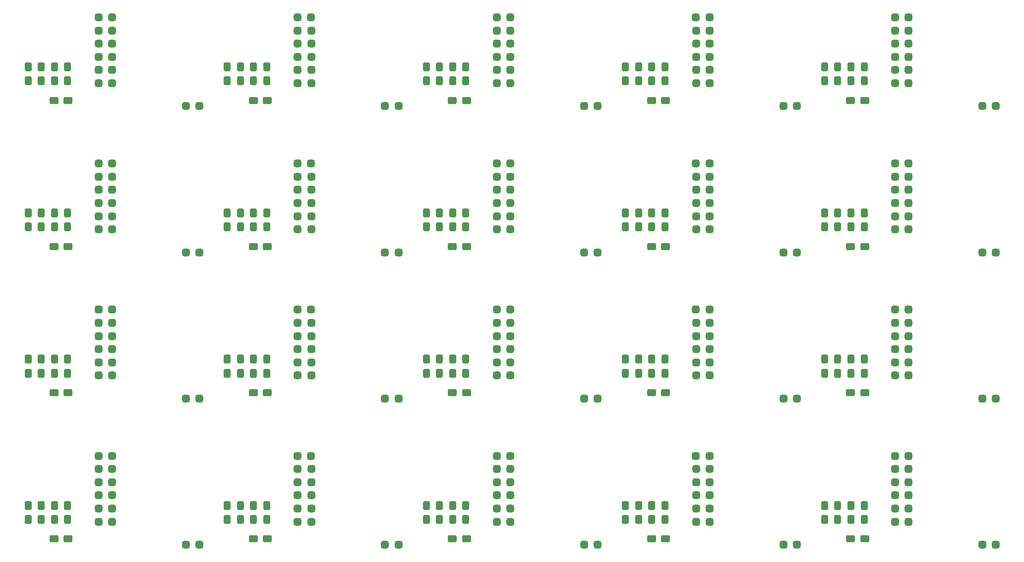
<source format=gbr>
%TF.GenerationSoftware,KiCad,Pcbnew,8.0.4*%
%TF.CreationDate,2024-11-04T15:17:51+09:00*%
%TF.ProjectId,L-CON RS485 V2.0,4c2d434f-4e20-4525-9334-38352056322e,rev?*%
%TF.SameCoordinates,Original*%
%TF.FileFunction,Paste,Bot*%
%TF.FilePolarity,Positive*%
%FSLAX46Y46*%
G04 Gerber Fmt 4.6, Leading zero omitted, Abs format (unit mm)*
G04 Created by KiCad (PCBNEW 8.0.4) date 2024-11-04 15:17:51*
%MOMM*%
%LPD*%
G01*
G04 APERTURE LIST*
G04 Aperture macros list*
%AMRoundRect*
0 Rectangle with rounded corners*
0 $1 Rounding radius*
0 $2 $3 $4 $5 $6 $7 $8 $9 X,Y pos of 4 corners*
0 Add a 4 corners polygon primitive as box body*
4,1,4,$2,$3,$4,$5,$6,$7,$8,$9,$2,$3,0*
0 Add four circle primitives for the rounded corners*
1,1,$1+$1,$2,$3*
1,1,$1+$1,$4,$5*
1,1,$1+$1,$6,$7*
1,1,$1+$1,$8,$9*
0 Add four rect primitives between the rounded corners*
20,1,$1+$1,$2,$3,$4,$5,0*
20,1,$1+$1,$4,$5,$6,$7,0*
20,1,$1+$1,$6,$7,$8,$9,0*
20,1,$1+$1,$8,$9,$2,$3,0*%
G04 Aperture macros list end*
%ADD10RoundRect,0.325000X0.325000X0.325000X-0.325000X0.325000X-0.325000X-0.325000X0.325000X-0.325000X0*%
%ADD11RoundRect,0.312500X-0.312500X0.437500X-0.312500X-0.437500X0.312500X-0.437500X0.312500X0.437500X0*%
%ADD12RoundRect,0.312500X0.437500X0.312500X-0.437500X0.312500X-0.437500X-0.312500X0.437500X-0.312500X0*%
%ADD13RoundRect,0.325000X-0.325000X-0.325000X0.325000X-0.325000X0.325000X0.325000X-0.325000X0.325000X0*%
G04 APERTURE END LIST*
D10*
%TO.C,R44*%
X191000000Y-134500000D03*
X188700000Y-134500000D03*
%TD*%
%TO.C,R43*%
X191000000Y-130000000D03*
X188700000Y-130000000D03*
%TD*%
%TO.C,R42*%
X191000000Y-127750000D03*
X188700000Y-127750000D03*
%TD*%
%TO.C,R45*%
X205900000Y-138450000D03*
X203600000Y-138450000D03*
%TD*%
D11*
%TO.C,C5*%
X178900000Y-131700000D03*
X178900000Y-134100000D03*
%TD*%
D12*
%TO.C,C1*%
X183500000Y-137450000D03*
X181100000Y-137450000D03*
%TD*%
D10*
%TO.C,R41*%
X191000000Y-125500000D03*
X188700000Y-125500000D03*
%TD*%
D13*
%TO.C,R46*%
X188700000Y-132250000D03*
X191000000Y-132250000D03*
%TD*%
D11*
%TO.C,C4*%
X181150000Y-131700000D03*
X181150000Y-134100000D03*
%TD*%
D13*
%TO.C,R10*%
X188680000Y-123230000D03*
X190980000Y-123230000D03*
%TD*%
D11*
%TO.C,C2*%
X183400000Y-131700000D03*
X183400000Y-134100000D03*
%TD*%
%TO.C,C6*%
X176650000Y-131700000D03*
X176650000Y-134100000D03*
%TD*%
D10*
%TO.C,R44*%
X157000000Y-134500000D03*
X154700000Y-134500000D03*
%TD*%
%TO.C,R43*%
X157000000Y-130000000D03*
X154700000Y-130000000D03*
%TD*%
%TO.C,R42*%
X157000000Y-127750000D03*
X154700000Y-127750000D03*
%TD*%
%TO.C,R45*%
X171900000Y-138450000D03*
X169600000Y-138450000D03*
%TD*%
D11*
%TO.C,C5*%
X144900000Y-131700000D03*
X144900000Y-134100000D03*
%TD*%
D12*
%TO.C,C1*%
X149500000Y-137450000D03*
X147100000Y-137450000D03*
%TD*%
D10*
%TO.C,R41*%
X157000000Y-125500000D03*
X154700000Y-125500000D03*
%TD*%
D13*
%TO.C,R46*%
X154700000Y-132250000D03*
X157000000Y-132250000D03*
%TD*%
D11*
%TO.C,C4*%
X147150000Y-131700000D03*
X147150000Y-134100000D03*
%TD*%
D13*
%TO.C,R10*%
X154680000Y-123230000D03*
X156980000Y-123230000D03*
%TD*%
D11*
%TO.C,C2*%
X149400000Y-131700000D03*
X149400000Y-134100000D03*
%TD*%
%TO.C,C6*%
X142650000Y-131700000D03*
X142650000Y-134100000D03*
%TD*%
D10*
%TO.C,R44*%
X123000000Y-134500000D03*
X120700000Y-134500000D03*
%TD*%
%TO.C,R43*%
X123000000Y-130000000D03*
X120700000Y-130000000D03*
%TD*%
%TO.C,R42*%
X123000000Y-127750000D03*
X120700000Y-127750000D03*
%TD*%
%TO.C,R45*%
X137900000Y-138450000D03*
X135600000Y-138450000D03*
%TD*%
D11*
%TO.C,C5*%
X110900000Y-131700000D03*
X110900000Y-134100000D03*
%TD*%
D12*
%TO.C,C1*%
X115500000Y-137450000D03*
X113100000Y-137450000D03*
%TD*%
D10*
%TO.C,R41*%
X123000000Y-125500000D03*
X120700000Y-125500000D03*
%TD*%
D13*
%TO.C,R46*%
X120700000Y-132250000D03*
X123000000Y-132250000D03*
%TD*%
D11*
%TO.C,C4*%
X113150000Y-131700000D03*
X113150000Y-134100000D03*
%TD*%
D13*
%TO.C,R10*%
X120680000Y-123230000D03*
X122980000Y-123230000D03*
%TD*%
D11*
%TO.C,C2*%
X115400000Y-131700000D03*
X115400000Y-134100000D03*
%TD*%
%TO.C,C6*%
X108650000Y-131700000D03*
X108650000Y-134100000D03*
%TD*%
D10*
%TO.C,R44*%
X89000000Y-134500000D03*
X86700000Y-134500000D03*
%TD*%
%TO.C,R43*%
X89000000Y-130000000D03*
X86700000Y-130000000D03*
%TD*%
%TO.C,R42*%
X89000000Y-127750000D03*
X86700000Y-127750000D03*
%TD*%
%TO.C,R45*%
X103900000Y-138450000D03*
X101600000Y-138450000D03*
%TD*%
D11*
%TO.C,C5*%
X76900000Y-131700000D03*
X76900000Y-134100000D03*
%TD*%
D12*
%TO.C,C1*%
X81500000Y-137450000D03*
X79100000Y-137450000D03*
%TD*%
D10*
%TO.C,R41*%
X89000000Y-125500000D03*
X86700000Y-125500000D03*
%TD*%
D13*
%TO.C,R46*%
X86700000Y-132250000D03*
X89000000Y-132250000D03*
%TD*%
D11*
%TO.C,C4*%
X79150000Y-131700000D03*
X79150000Y-134100000D03*
%TD*%
D13*
%TO.C,R10*%
X86680000Y-123230000D03*
X88980000Y-123230000D03*
%TD*%
D11*
%TO.C,C2*%
X81400000Y-131700000D03*
X81400000Y-134100000D03*
%TD*%
%TO.C,C6*%
X74650000Y-131700000D03*
X74650000Y-134100000D03*
%TD*%
D10*
%TO.C,R44*%
X55000000Y-134500000D03*
X52700000Y-134500000D03*
%TD*%
%TO.C,R43*%
X55000000Y-130000000D03*
X52700000Y-130000000D03*
%TD*%
%TO.C,R42*%
X55000000Y-127750000D03*
X52700000Y-127750000D03*
%TD*%
%TO.C,R45*%
X69900000Y-138450000D03*
X67600000Y-138450000D03*
%TD*%
D11*
%TO.C,C5*%
X42900000Y-131700000D03*
X42900000Y-134100000D03*
%TD*%
D12*
%TO.C,C1*%
X47500000Y-137450000D03*
X45100000Y-137450000D03*
%TD*%
D10*
%TO.C,R41*%
X55000000Y-125500000D03*
X52700000Y-125500000D03*
%TD*%
D13*
%TO.C,R46*%
X52700000Y-132250000D03*
X55000000Y-132250000D03*
%TD*%
D11*
%TO.C,C4*%
X45150000Y-131700000D03*
X45150000Y-134100000D03*
%TD*%
D13*
%TO.C,R10*%
X52680000Y-123230000D03*
X54980000Y-123230000D03*
%TD*%
D11*
%TO.C,C2*%
X47400000Y-131700000D03*
X47400000Y-134100000D03*
%TD*%
%TO.C,C6*%
X40650000Y-131700000D03*
X40650000Y-134100000D03*
%TD*%
D10*
%TO.C,R44*%
X191000000Y-109500000D03*
X188700000Y-109500000D03*
%TD*%
%TO.C,R43*%
X191000000Y-105000000D03*
X188700000Y-105000000D03*
%TD*%
%TO.C,R42*%
X191000000Y-102750000D03*
X188700000Y-102750000D03*
%TD*%
%TO.C,R45*%
X205900000Y-113450000D03*
X203600000Y-113450000D03*
%TD*%
D11*
%TO.C,C5*%
X178900000Y-106700000D03*
X178900000Y-109100000D03*
%TD*%
D12*
%TO.C,C1*%
X183500000Y-112450000D03*
X181100000Y-112450000D03*
%TD*%
D10*
%TO.C,R41*%
X191000000Y-100500000D03*
X188700000Y-100500000D03*
%TD*%
D13*
%TO.C,R46*%
X188700000Y-107250000D03*
X191000000Y-107250000D03*
%TD*%
D11*
%TO.C,C4*%
X181150000Y-106700000D03*
X181150000Y-109100000D03*
%TD*%
D13*
%TO.C,R10*%
X188680000Y-98230000D03*
X190980000Y-98230000D03*
%TD*%
D11*
%TO.C,C2*%
X183400000Y-106700000D03*
X183400000Y-109100000D03*
%TD*%
%TO.C,C6*%
X176650000Y-106700000D03*
X176650000Y-109100000D03*
%TD*%
D10*
%TO.C,R44*%
X157000000Y-109500000D03*
X154700000Y-109500000D03*
%TD*%
%TO.C,R43*%
X157000000Y-105000000D03*
X154700000Y-105000000D03*
%TD*%
%TO.C,R42*%
X157000000Y-102750000D03*
X154700000Y-102750000D03*
%TD*%
%TO.C,R45*%
X171900000Y-113450000D03*
X169600000Y-113450000D03*
%TD*%
D11*
%TO.C,C5*%
X144900000Y-106700000D03*
X144900000Y-109100000D03*
%TD*%
D12*
%TO.C,C1*%
X149500000Y-112450000D03*
X147100000Y-112450000D03*
%TD*%
D10*
%TO.C,R41*%
X157000000Y-100500000D03*
X154700000Y-100500000D03*
%TD*%
D13*
%TO.C,R46*%
X154700000Y-107250000D03*
X157000000Y-107250000D03*
%TD*%
D11*
%TO.C,C4*%
X147150000Y-106700000D03*
X147150000Y-109100000D03*
%TD*%
D13*
%TO.C,R10*%
X154680000Y-98230000D03*
X156980000Y-98230000D03*
%TD*%
D11*
%TO.C,C2*%
X149400000Y-106700000D03*
X149400000Y-109100000D03*
%TD*%
%TO.C,C6*%
X142650000Y-106700000D03*
X142650000Y-109100000D03*
%TD*%
D10*
%TO.C,R44*%
X123000000Y-109500000D03*
X120700000Y-109500000D03*
%TD*%
%TO.C,R43*%
X123000000Y-105000000D03*
X120700000Y-105000000D03*
%TD*%
%TO.C,R42*%
X123000000Y-102750000D03*
X120700000Y-102750000D03*
%TD*%
%TO.C,R45*%
X137900000Y-113450000D03*
X135600000Y-113450000D03*
%TD*%
D11*
%TO.C,C5*%
X110900000Y-106700000D03*
X110900000Y-109100000D03*
%TD*%
D12*
%TO.C,C1*%
X115500000Y-112450000D03*
X113100000Y-112450000D03*
%TD*%
D10*
%TO.C,R41*%
X123000000Y-100500000D03*
X120700000Y-100500000D03*
%TD*%
D13*
%TO.C,R46*%
X120700000Y-107250000D03*
X123000000Y-107250000D03*
%TD*%
D11*
%TO.C,C4*%
X113150000Y-106700000D03*
X113150000Y-109100000D03*
%TD*%
D13*
%TO.C,R10*%
X120680000Y-98230000D03*
X122980000Y-98230000D03*
%TD*%
D11*
%TO.C,C2*%
X115400000Y-106700000D03*
X115400000Y-109100000D03*
%TD*%
%TO.C,C6*%
X108650000Y-106700000D03*
X108650000Y-109100000D03*
%TD*%
D10*
%TO.C,R44*%
X89000000Y-109500000D03*
X86700000Y-109500000D03*
%TD*%
%TO.C,R43*%
X89000000Y-105000000D03*
X86700000Y-105000000D03*
%TD*%
%TO.C,R42*%
X89000000Y-102750000D03*
X86700000Y-102750000D03*
%TD*%
%TO.C,R45*%
X103900000Y-113450000D03*
X101600000Y-113450000D03*
%TD*%
D11*
%TO.C,C5*%
X76900000Y-106700000D03*
X76900000Y-109100000D03*
%TD*%
D12*
%TO.C,C1*%
X81500000Y-112450000D03*
X79100000Y-112450000D03*
%TD*%
D10*
%TO.C,R41*%
X89000000Y-100500000D03*
X86700000Y-100500000D03*
%TD*%
D13*
%TO.C,R46*%
X86700000Y-107250000D03*
X89000000Y-107250000D03*
%TD*%
D11*
%TO.C,C4*%
X79150000Y-106700000D03*
X79150000Y-109100000D03*
%TD*%
D13*
%TO.C,R10*%
X86680000Y-98230000D03*
X88980000Y-98230000D03*
%TD*%
D11*
%TO.C,C2*%
X81400000Y-106700000D03*
X81400000Y-109100000D03*
%TD*%
%TO.C,C6*%
X74650000Y-106700000D03*
X74650000Y-109100000D03*
%TD*%
D10*
%TO.C,R44*%
X55000000Y-109500000D03*
X52700000Y-109500000D03*
%TD*%
%TO.C,R43*%
X55000000Y-105000000D03*
X52700000Y-105000000D03*
%TD*%
%TO.C,R42*%
X55000000Y-102750000D03*
X52700000Y-102750000D03*
%TD*%
%TO.C,R45*%
X69900000Y-113450000D03*
X67600000Y-113450000D03*
%TD*%
D11*
%TO.C,C5*%
X42900000Y-106700000D03*
X42900000Y-109100000D03*
%TD*%
D12*
%TO.C,C1*%
X47500000Y-112450000D03*
X45100000Y-112450000D03*
%TD*%
D10*
%TO.C,R41*%
X55000000Y-100500000D03*
X52700000Y-100500000D03*
%TD*%
D13*
%TO.C,R46*%
X52700000Y-107250000D03*
X55000000Y-107250000D03*
%TD*%
D11*
%TO.C,C4*%
X45150000Y-106700000D03*
X45150000Y-109100000D03*
%TD*%
D13*
%TO.C,R10*%
X52680000Y-98230000D03*
X54980000Y-98230000D03*
%TD*%
D11*
%TO.C,C2*%
X47400000Y-106700000D03*
X47400000Y-109100000D03*
%TD*%
%TO.C,C6*%
X40650000Y-106700000D03*
X40650000Y-109100000D03*
%TD*%
D10*
%TO.C,R44*%
X191000000Y-84500000D03*
X188700000Y-84500000D03*
%TD*%
%TO.C,R43*%
X191000000Y-80000000D03*
X188700000Y-80000000D03*
%TD*%
%TO.C,R42*%
X191000000Y-77750000D03*
X188700000Y-77750000D03*
%TD*%
%TO.C,R45*%
X205900000Y-88450000D03*
X203600000Y-88450000D03*
%TD*%
D11*
%TO.C,C5*%
X178900000Y-81700000D03*
X178900000Y-84100000D03*
%TD*%
D12*
%TO.C,C1*%
X183500000Y-87450000D03*
X181100000Y-87450000D03*
%TD*%
D10*
%TO.C,R41*%
X191000000Y-75500000D03*
X188700000Y-75500000D03*
%TD*%
D13*
%TO.C,R46*%
X188700000Y-82250000D03*
X191000000Y-82250000D03*
%TD*%
D11*
%TO.C,C4*%
X181150000Y-81700000D03*
X181150000Y-84100000D03*
%TD*%
D13*
%TO.C,R10*%
X188680000Y-73230000D03*
X190980000Y-73230000D03*
%TD*%
D11*
%TO.C,C2*%
X183400000Y-81700000D03*
X183400000Y-84100000D03*
%TD*%
%TO.C,C6*%
X176650000Y-81700000D03*
X176650000Y-84100000D03*
%TD*%
D10*
%TO.C,R44*%
X157000000Y-84500000D03*
X154700000Y-84500000D03*
%TD*%
%TO.C,R43*%
X157000000Y-80000000D03*
X154700000Y-80000000D03*
%TD*%
%TO.C,R42*%
X157000000Y-77750000D03*
X154700000Y-77750000D03*
%TD*%
%TO.C,R45*%
X171900000Y-88450000D03*
X169600000Y-88450000D03*
%TD*%
D11*
%TO.C,C5*%
X144900000Y-81700000D03*
X144900000Y-84100000D03*
%TD*%
D12*
%TO.C,C1*%
X149500000Y-87450000D03*
X147100000Y-87450000D03*
%TD*%
D10*
%TO.C,R41*%
X157000000Y-75500000D03*
X154700000Y-75500000D03*
%TD*%
D13*
%TO.C,R46*%
X154700000Y-82250000D03*
X157000000Y-82250000D03*
%TD*%
D11*
%TO.C,C4*%
X147150000Y-81700000D03*
X147150000Y-84100000D03*
%TD*%
D13*
%TO.C,R10*%
X154680000Y-73230000D03*
X156980000Y-73230000D03*
%TD*%
D11*
%TO.C,C2*%
X149400000Y-81700000D03*
X149400000Y-84100000D03*
%TD*%
%TO.C,C6*%
X142650000Y-81700000D03*
X142650000Y-84100000D03*
%TD*%
D10*
%TO.C,R44*%
X123000000Y-84500000D03*
X120700000Y-84500000D03*
%TD*%
%TO.C,R43*%
X123000000Y-80000000D03*
X120700000Y-80000000D03*
%TD*%
%TO.C,R42*%
X123000000Y-77750000D03*
X120700000Y-77750000D03*
%TD*%
%TO.C,R45*%
X137900000Y-88450000D03*
X135600000Y-88450000D03*
%TD*%
D11*
%TO.C,C5*%
X110900000Y-81700000D03*
X110900000Y-84100000D03*
%TD*%
D12*
%TO.C,C1*%
X115500000Y-87450000D03*
X113100000Y-87450000D03*
%TD*%
D10*
%TO.C,R41*%
X123000000Y-75500000D03*
X120700000Y-75500000D03*
%TD*%
D13*
%TO.C,R46*%
X120700000Y-82250000D03*
X123000000Y-82250000D03*
%TD*%
D11*
%TO.C,C4*%
X113150000Y-81700000D03*
X113150000Y-84100000D03*
%TD*%
D13*
%TO.C,R10*%
X120680000Y-73230000D03*
X122980000Y-73230000D03*
%TD*%
D11*
%TO.C,C2*%
X115400000Y-81700000D03*
X115400000Y-84100000D03*
%TD*%
%TO.C,C6*%
X108650000Y-81700000D03*
X108650000Y-84100000D03*
%TD*%
D10*
%TO.C,R44*%
X89000000Y-84500000D03*
X86700000Y-84500000D03*
%TD*%
%TO.C,R43*%
X89000000Y-80000000D03*
X86700000Y-80000000D03*
%TD*%
%TO.C,R42*%
X89000000Y-77750000D03*
X86700000Y-77750000D03*
%TD*%
%TO.C,R45*%
X103900000Y-88450000D03*
X101600000Y-88450000D03*
%TD*%
D11*
%TO.C,C5*%
X76900000Y-81700000D03*
X76900000Y-84100000D03*
%TD*%
D12*
%TO.C,C1*%
X81500000Y-87450000D03*
X79100000Y-87450000D03*
%TD*%
D10*
%TO.C,R41*%
X89000000Y-75500000D03*
X86700000Y-75500000D03*
%TD*%
D13*
%TO.C,R46*%
X86700000Y-82250000D03*
X89000000Y-82250000D03*
%TD*%
D11*
%TO.C,C4*%
X79150000Y-81700000D03*
X79150000Y-84100000D03*
%TD*%
D13*
%TO.C,R10*%
X86680000Y-73230000D03*
X88980000Y-73230000D03*
%TD*%
D11*
%TO.C,C2*%
X81400000Y-81700000D03*
X81400000Y-84100000D03*
%TD*%
%TO.C,C6*%
X74650000Y-81700000D03*
X74650000Y-84100000D03*
%TD*%
D10*
%TO.C,R44*%
X55000000Y-84500000D03*
X52700000Y-84500000D03*
%TD*%
%TO.C,R43*%
X55000000Y-80000000D03*
X52700000Y-80000000D03*
%TD*%
%TO.C,R42*%
X55000000Y-77750000D03*
X52700000Y-77750000D03*
%TD*%
%TO.C,R45*%
X69900000Y-88450000D03*
X67600000Y-88450000D03*
%TD*%
D11*
%TO.C,C5*%
X42900000Y-81700000D03*
X42900000Y-84100000D03*
%TD*%
D12*
%TO.C,C1*%
X47500000Y-87450000D03*
X45100000Y-87450000D03*
%TD*%
D10*
%TO.C,R41*%
X55000000Y-75500000D03*
X52700000Y-75500000D03*
%TD*%
D13*
%TO.C,R46*%
X52700000Y-82250000D03*
X55000000Y-82250000D03*
%TD*%
D11*
%TO.C,C4*%
X45150000Y-81700000D03*
X45150000Y-84100000D03*
%TD*%
D13*
%TO.C,R10*%
X52680000Y-73230000D03*
X54980000Y-73230000D03*
%TD*%
D11*
%TO.C,C2*%
X47400000Y-81700000D03*
X47400000Y-84100000D03*
%TD*%
%TO.C,C6*%
X40650000Y-81700000D03*
X40650000Y-84100000D03*
%TD*%
D10*
%TO.C,R44*%
X191000000Y-59500000D03*
X188700000Y-59500000D03*
%TD*%
%TO.C,R43*%
X191000000Y-55000000D03*
X188700000Y-55000000D03*
%TD*%
%TO.C,R42*%
X191000000Y-52750000D03*
X188700000Y-52750000D03*
%TD*%
%TO.C,R45*%
X205900000Y-63450000D03*
X203600000Y-63450000D03*
%TD*%
D11*
%TO.C,C5*%
X178900000Y-56700000D03*
X178900000Y-59100000D03*
%TD*%
D12*
%TO.C,C1*%
X183500000Y-62450000D03*
X181100000Y-62450000D03*
%TD*%
D10*
%TO.C,R41*%
X191000000Y-50500000D03*
X188700000Y-50500000D03*
%TD*%
D13*
%TO.C,R46*%
X188700000Y-57250000D03*
X191000000Y-57250000D03*
%TD*%
D11*
%TO.C,C4*%
X181150000Y-56700000D03*
X181150000Y-59100000D03*
%TD*%
D13*
%TO.C,R10*%
X188680000Y-48230000D03*
X190980000Y-48230000D03*
%TD*%
D11*
%TO.C,C2*%
X183400000Y-56700000D03*
X183400000Y-59100000D03*
%TD*%
%TO.C,C6*%
X176650000Y-56700000D03*
X176650000Y-59100000D03*
%TD*%
D10*
%TO.C,R44*%
X157000000Y-59500000D03*
X154700000Y-59500000D03*
%TD*%
%TO.C,R43*%
X157000000Y-55000000D03*
X154700000Y-55000000D03*
%TD*%
%TO.C,R42*%
X157000000Y-52750000D03*
X154700000Y-52750000D03*
%TD*%
%TO.C,R45*%
X171900000Y-63450000D03*
X169600000Y-63450000D03*
%TD*%
D11*
%TO.C,C5*%
X144900000Y-56700000D03*
X144900000Y-59100000D03*
%TD*%
D12*
%TO.C,C1*%
X149500000Y-62450000D03*
X147100000Y-62450000D03*
%TD*%
D10*
%TO.C,R41*%
X157000000Y-50500000D03*
X154700000Y-50500000D03*
%TD*%
D13*
%TO.C,R46*%
X154700000Y-57250000D03*
X157000000Y-57250000D03*
%TD*%
D11*
%TO.C,C4*%
X147150000Y-56700000D03*
X147150000Y-59100000D03*
%TD*%
D13*
%TO.C,R10*%
X154680000Y-48230000D03*
X156980000Y-48230000D03*
%TD*%
D11*
%TO.C,C2*%
X149400000Y-56700000D03*
X149400000Y-59100000D03*
%TD*%
%TO.C,C6*%
X142650000Y-56700000D03*
X142650000Y-59100000D03*
%TD*%
D10*
%TO.C,R44*%
X123000000Y-59500000D03*
X120700000Y-59500000D03*
%TD*%
%TO.C,R43*%
X123000000Y-55000000D03*
X120700000Y-55000000D03*
%TD*%
%TO.C,R42*%
X123000000Y-52750000D03*
X120700000Y-52750000D03*
%TD*%
%TO.C,R45*%
X137900000Y-63450000D03*
X135600000Y-63450000D03*
%TD*%
D11*
%TO.C,C5*%
X110900000Y-56700000D03*
X110900000Y-59100000D03*
%TD*%
D12*
%TO.C,C1*%
X115500000Y-62450000D03*
X113100000Y-62450000D03*
%TD*%
D10*
%TO.C,R41*%
X123000000Y-50500000D03*
X120700000Y-50500000D03*
%TD*%
D13*
%TO.C,R46*%
X120700000Y-57250000D03*
X123000000Y-57250000D03*
%TD*%
D11*
%TO.C,C4*%
X113150000Y-56700000D03*
X113150000Y-59100000D03*
%TD*%
D13*
%TO.C,R10*%
X120680000Y-48230000D03*
X122980000Y-48230000D03*
%TD*%
D11*
%TO.C,C2*%
X115400000Y-56700000D03*
X115400000Y-59100000D03*
%TD*%
%TO.C,C6*%
X108650000Y-56700000D03*
X108650000Y-59100000D03*
%TD*%
D10*
%TO.C,R44*%
X89000000Y-59500000D03*
X86700000Y-59500000D03*
%TD*%
%TO.C,R43*%
X89000000Y-55000000D03*
X86700000Y-55000000D03*
%TD*%
%TO.C,R42*%
X89000000Y-52750000D03*
X86700000Y-52750000D03*
%TD*%
%TO.C,R45*%
X103900000Y-63450000D03*
X101600000Y-63450000D03*
%TD*%
D11*
%TO.C,C5*%
X76900000Y-56700000D03*
X76900000Y-59100000D03*
%TD*%
D12*
%TO.C,C1*%
X81500000Y-62450000D03*
X79100000Y-62450000D03*
%TD*%
D10*
%TO.C,R41*%
X89000000Y-50500000D03*
X86700000Y-50500000D03*
%TD*%
D13*
%TO.C,R46*%
X86700000Y-57250000D03*
X89000000Y-57250000D03*
%TD*%
D11*
%TO.C,C4*%
X79150000Y-56700000D03*
X79150000Y-59100000D03*
%TD*%
D13*
%TO.C,R10*%
X86680000Y-48230000D03*
X88980000Y-48230000D03*
%TD*%
D11*
%TO.C,C2*%
X81400000Y-56700000D03*
X81400000Y-59100000D03*
%TD*%
%TO.C,C6*%
X74650000Y-56700000D03*
X74650000Y-59100000D03*
%TD*%
D10*
%TO.C,R43*%
X55000000Y-55000000D03*
X52700000Y-55000000D03*
%TD*%
%TO.C,R44*%
X55000000Y-59500000D03*
X52700000Y-59500000D03*
%TD*%
D11*
%TO.C,C6*%
X40650000Y-56700000D03*
X40650000Y-59100000D03*
%TD*%
D13*
%TO.C,R10*%
X52680000Y-48230000D03*
X54980000Y-48230000D03*
%TD*%
D11*
%TO.C,C2*%
X47400000Y-56700000D03*
X47400000Y-59100000D03*
%TD*%
%TO.C,C5*%
X42900000Y-56700000D03*
X42900000Y-59100000D03*
%TD*%
%TO.C,C4*%
X45150000Y-56700000D03*
X45150000Y-59100000D03*
%TD*%
D13*
%TO.C,R46*%
X52700000Y-57250000D03*
X55000000Y-57250000D03*
%TD*%
D10*
%TO.C,R41*%
X55000000Y-50500000D03*
X52700000Y-50500000D03*
%TD*%
D12*
%TO.C,C1*%
X47500000Y-62450000D03*
X45100000Y-62450000D03*
%TD*%
D10*
%TO.C,R45*%
X69900000Y-63450000D03*
X67600000Y-63450000D03*
%TD*%
%TO.C,R42*%
X55000000Y-52750000D03*
X52700000Y-52750000D03*
%TD*%
M02*

</source>
